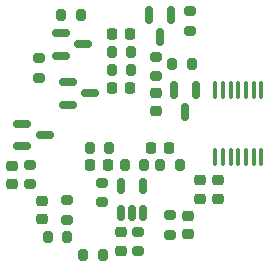
<source format=gbr>
%TF.GenerationSoftware,KiCad,Pcbnew,8.0.5*%
%TF.CreationDate,2024-11-25T09:23:58-07:00*%
%TF.ProjectId,NoteDetector,4e6f7465-4465-4746-9563-746f722e6b69,rev?*%
%TF.SameCoordinates,Original*%
%TF.FileFunction,Paste,Top*%
%TF.FilePolarity,Positive*%
%FSLAX46Y46*%
G04 Gerber Fmt 4.6, Leading zero omitted, Abs format (unit mm)*
G04 Created by KiCad (PCBNEW 8.0.5) date 2024-11-25 09:23:58*
%MOMM*%
%LPD*%
G01*
G04 APERTURE LIST*
G04 Aperture macros list*
%AMRoundRect*
0 Rectangle with rounded corners*
0 $1 Rounding radius*
0 $2 $3 $4 $5 $6 $7 $8 $9 X,Y pos of 4 corners*
0 Add a 4 corners polygon primitive as box body*
4,1,4,$2,$3,$4,$5,$6,$7,$8,$9,$2,$3,0*
0 Add four circle primitives for the rounded corners*
1,1,$1+$1,$2,$3*
1,1,$1+$1,$4,$5*
1,1,$1+$1,$6,$7*
1,1,$1+$1,$8,$9*
0 Add four rect primitives between the rounded corners*
20,1,$1+$1,$2,$3,$4,$5,0*
20,1,$1+$1,$4,$5,$6,$7,0*
20,1,$1+$1,$6,$7,$8,$9,0*
20,1,$1+$1,$8,$9,$2,$3,0*%
G04 Aperture macros list end*
%ADD10RoundRect,0.225000X-0.250000X0.225000X-0.250000X-0.225000X0.250000X-0.225000X0.250000X0.225000X0*%
%ADD11RoundRect,0.150000X-0.587500X-0.150000X0.587500X-0.150000X0.587500X0.150000X-0.587500X0.150000X0*%
%ADD12RoundRect,0.200000X-0.200000X-0.275000X0.200000X-0.275000X0.200000X0.275000X-0.200000X0.275000X0*%
%ADD13RoundRect,0.200000X0.275000X-0.200000X0.275000X0.200000X-0.275000X0.200000X-0.275000X-0.200000X0*%
%ADD14RoundRect,0.200000X-0.275000X0.200000X-0.275000X-0.200000X0.275000X-0.200000X0.275000X0.200000X0*%
%ADD15RoundRect,0.225000X0.250000X-0.225000X0.250000X0.225000X-0.250000X0.225000X-0.250000X-0.225000X0*%
%ADD16RoundRect,0.225000X-0.225000X-0.250000X0.225000X-0.250000X0.225000X0.250000X-0.225000X0.250000X0*%
%ADD17RoundRect,0.225000X0.225000X0.250000X-0.225000X0.250000X-0.225000X-0.250000X0.225000X-0.250000X0*%
%ADD18RoundRect,0.200000X0.200000X0.275000X-0.200000X0.275000X-0.200000X-0.275000X0.200000X-0.275000X0*%
%ADD19RoundRect,0.150000X-0.150000X0.587500X-0.150000X-0.587500X0.150000X-0.587500X0.150000X0.587500X0*%
%ADD20RoundRect,0.150000X0.150000X-0.512500X0.150000X0.512500X-0.150000X0.512500X-0.150000X-0.512500X0*%
%ADD21RoundRect,0.100000X0.100000X-0.637500X0.100000X0.637500X-0.100000X0.637500X-0.100000X-0.637500X0*%
G04 APERTURE END LIST*
D10*
%TO.C,C8*%
X-813616Y-9050000D03*
X-813616Y-10600000D03*
%TD*%
D11*
%TO.C,Q5*%
X-9125000Y150000D03*
X-9125000Y-1750000D03*
X-7250000Y-800000D03*
%TD*%
D12*
%TO.C,R11*%
X-438616Y-3375000D03*
X1211384Y-3375000D03*
%TD*%
D13*
%TO.C,R20*%
X2150000Y4175000D03*
X2150000Y5825000D03*
%TD*%
D14*
%TO.C,R16*%
X-2363616Y-4875000D03*
X-2363616Y-6525000D03*
%TD*%
D15*
%TO.C,C1*%
X-10000000Y-4950000D03*
X-10000000Y-3400000D03*
%TD*%
D16*
%TO.C,C5*%
X-3388616Y-3375000D03*
X-1838616Y-3375000D03*
%TD*%
D14*
%TO.C,R12*%
X3410000Y-7610000D03*
X3410000Y-9260000D03*
%TD*%
D10*
%TO.C,C12*%
X5880000Y-4665000D03*
X5880000Y-6215000D03*
%TD*%
D12*
%TO.C,R17*%
X-5825000Y9350000D03*
X-4175000Y9350000D03*
%TD*%
D13*
%TO.C,R14*%
X686384Y-10650000D03*
X686384Y-9000000D03*
%TD*%
D17*
%TO.C,C7*%
X3275000Y-1875000D03*
X1725000Y-1875000D03*
%TD*%
D18*
%TO.C,R15*%
X-2313616Y-10975000D03*
X-3963616Y-10975000D03*
%TD*%
%TO.C,R18*%
X75000Y4700000D03*
X-1575000Y4700000D03*
%TD*%
D17*
%TO.C,C14*%
X25000Y7700000D03*
X-1525000Y7700000D03*
%TD*%
D10*
%TO.C,C11*%
X7400000Y-4665000D03*
X7400000Y-6215000D03*
%TD*%
D13*
%TO.C,R5*%
X-5338616Y-8000000D03*
X-5338616Y-6350000D03*
%TD*%
D12*
%TO.C,R22*%
X3575000Y5200000D03*
X5225000Y5200000D03*
%TD*%
D13*
%TO.C,R4*%
X-8500000Y-5000000D03*
X-8500000Y-3350000D03*
%TD*%
D15*
%TO.C,C2*%
X-7500000Y-7950000D03*
X-7500000Y-6400000D03*
%TD*%
D12*
%TO.C,R3*%
X-3438616Y-1875000D03*
X-1788616Y-1875000D03*
%TD*%
D10*
%TO.C,C15*%
X2150000Y2775000D03*
X2150000Y1225000D03*
%TD*%
D19*
%TO.C,Q4*%
X3500000Y9387500D03*
X1600000Y9387500D03*
X2550000Y7512500D03*
%TD*%
D18*
%TO.C,R19*%
X75000Y6200000D03*
X-1575000Y6200000D03*
%TD*%
D13*
%TO.C,R21*%
X5100000Y8025000D03*
X5100000Y9675000D03*
%TD*%
D11*
%TO.C,Q3*%
X-5887500Y7800000D03*
X-5887500Y5900000D03*
X-4012500Y6850000D03*
%TD*%
D20*
%TO.C,U1*%
X-813616Y-7387500D03*
X136384Y-7387500D03*
X1086384Y-7387500D03*
X1086384Y-5112500D03*
X-813616Y-5112500D03*
%TD*%
D17*
%TO.C,C13*%
X25000Y3200000D03*
X-1525000Y3200000D03*
%TD*%
D11*
%TO.C,Q2*%
X-5237500Y3650000D03*
X-5237500Y1750000D03*
X-3362500Y2700000D03*
%TD*%
D10*
%TO.C,C6*%
X4925000Y-7670000D03*
X4925000Y-9220000D03*
%TD*%
D12*
%TO.C,R13*%
X2561384Y-3375000D03*
X4211384Y-3375000D03*
%TD*%
D13*
%TO.C,R1*%
X-7700000Y4025000D03*
X-7700000Y5675000D03*
%TD*%
D19*
%TO.C,Q1*%
X5600000Y3037500D03*
X3700000Y3037500D03*
X4650000Y1162500D03*
%TD*%
D21*
%TO.C,U2*%
X7200000Y-2712500D03*
X7850000Y-2712500D03*
X8500000Y-2712500D03*
X9150000Y-2712500D03*
X9800000Y-2712500D03*
X10450000Y-2712500D03*
X11100000Y-2712500D03*
X11100000Y3012500D03*
X10450000Y3012500D03*
X9800000Y3012500D03*
X9150000Y3012500D03*
X8500000Y3012500D03*
X7850000Y3012500D03*
X7200000Y3012500D03*
%TD*%
D18*
%TO.C,R2*%
X-5326116Y-9425000D03*
X-6976116Y-9425000D03*
%TD*%
M02*

</source>
